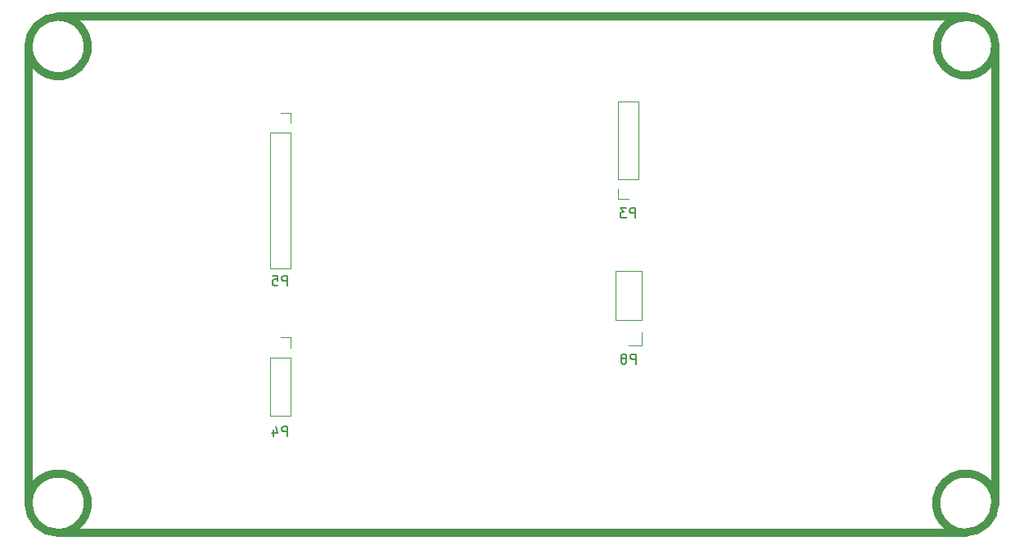
<source format=gbr>
%TF.GenerationSoftware,KiCad,Pcbnew,9.0.0*%
%TF.CreationDate,2025-04-10T11:28:11-04:00*%
%TF.ProjectId,Arduino_LCD,41726475-696e-46f5-9f4c-43442e6b6963,rev?*%
%TF.SameCoordinates,Original*%
%TF.FileFunction,Legend,Bot*%
%TF.FilePolarity,Positive*%
%FSLAX46Y46*%
G04 Gerber Fmt 4.6, Leading zero omitted, Abs format (unit mm)*
G04 Created by KiCad (PCBNEW 9.0.0) date 2025-04-10 11:28:11*
%MOMM*%
%LPD*%
G01*
G04 APERTURE LIST*
%ADD10C,0.812800*%
%ADD11C,0.150000*%
%ADD12C,0.120000*%
G04 APERTURE END LIST*
D10*
X193921100Y-128628600D02*
X193921100Y-81378600D01*
X97001100Y-131708600D02*
X190901100Y-131708600D01*
X190901100Y-78298600D02*
G75*
G02*
X193981100Y-81378600I0J-3080000D01*
G01*
X93921100Y-81378600D02*
G75*
G02*
X97001100Y-78298600I3080000J0D01*
G01*
X97001100Y-78298600D02*
G75*
G02*
X93921100Y-81378600I0J-3080000D01*
G01*
X193921100Y-128628600D02*
G75*
G02*
X190901100Y-131648600I-3020000J0D01*
G01*
X190901100Y-78298600D02*
X97001100Y-78298600D01*
X193921100Y-81378600D02*
G75*
G02*
X190901100Y-78358600I-3020000J0D01*
G01*
X190901100Y-131708600D02*
G75*
G02*
X193981100Y-128628600I0J3080000D01*
G01*
X93921100Y-81378600D02*
X93921100Y-128628600D01*
X97001100Y-131708600D02*
G75*
G02*
X93921100Y-128628600I0J3080000D01*
G01*
X93921100Y-128628600D02*
G75*
G02*
X97001100Y-131708600I3080000J0D01*
G01*
D11*
X120688094Y-106104819D02*
X120688094Y-105104819D01*
X120688094Y-105104819D02*
X120307142Y-105104819D01*
X120307142Y-105104819D02*
X120211904Y-105152438D01*
X120211904Y-105152438D02*
X120164285Y-105200057D01*
X120164285Y-105200057D02*
X120116666Y-105295295D01*
X120116666Y-105295295D02*
X120116666Y-105438152D01*
X120116666Y-105438152D02*
X120164285Y-105533390D01*
X120164285Y-105533390D02*
X120211904Y-105581009D01*
X120211904Y-105581009D02*
X120307142Y-105628628D01*
X120307142Y-105628628D02*
X120688094Y-105628628D01*
X119211904Y-105104819D02*
X119688094Y-105104819D01*
X119688094Y-105104819D02*
X119735713Y-105581009D01*
X119735713Y-105581009D02*
X119688094Y-105533390D01*
X119688094Y-105533390D02*
X119592856Y-105485771D01*
X119592856Y-105485771D02*
X119354761Y-105485771D01*
X119354761Y-105485771D02*
X119259523Y-105533390D01*
X119259523Y-105533390D02*
X119211904Y-105581009D01*
X119211904Y-105581009D02*
X119164285Y-105676247D01*
X119164285Y-105676247D02*
X119164285Y-105914342D01*
X119164285Y-105914342D02*
X119211904Y-106009580D01*
X119211904Y-106009580D02*
X119259523Y-106057200D01*
X119259523Y-106057200D02*
X119354761Y-106104819D01*
X119354761Y-106104819D02*
X119592856Y-106104819D01*
X119592856Y-106104819D02*
X119688094Y-106057200D01*
X119688094Y-106057200D02*
X119735713Y-106009580D01*
X120688094Y-121704819D02*
X120688094Y-120704819D01*
X120688094Y-120704819D02*
X120307142Y-120704819D01*
X120307142Y-120704819D02*
X120211904Y-120752438D01*
X120211904Y-120752438D02*
X120164285Y-120800057D01*
X120164285Y-120800057D02*
X120116666Y-120895295D01*
X120116666Y-120895295D02*
X120116666Y-121038152D01*
X120116666Y-121038152D02*
X120164285Y-121133390D01*
X120164285Y-121133390D02*
X120211904Y-121181009D01*
X120211904Y-121181009D02*
X120307142Y-121228628D01*
X120307142Y-121228628D02*
X120688094Y-121228628D01*
X119259523Y-121038152D02*
X119259523Y-121704819D01*
X119497618Y-120657200D02*
X119735713Y-121371485D01*
X119735713Y-121371485D02*
X119116666Y-121371485D01*
X156688094Y-99104819D02*
X156688094Y-98104819D01*
X156688094Y-98104819D02*
X156307142Y-98104819D01*
X156307142Y-98104819D02*
X156211904Y-98152438D01*
X156211904Y-98152438D02*
X156164285Y-98200057D01*
X156164285Y-98200057D02*
X156116666Y-98295295D01*
X156116666Y-98295295D02*
X156116666Y-98438152D01*
X156116666Y-98438152D02*
X156164285Y-98533390D01*
X156164285Y-98533390D02*
X156211904Y-98581009D01*
X156211904Y-98581009D02*
X156307142Y-98628628D01*
X156307142Y-98628628D02*
X156688094Y-98628628D01*
X155783332Y-98104819D02*
X155164285Y-98104819D01*
X155164285Y-98104819D02*
X155497618Y-98485771D01*
X155497618Y-98485771D02*
X155354761Y-98485771D01*
X155354761Y-98485771D02*
X155259523Y-98533390D01*
X155259523Y-98533390D02*
X155211904Y-98581009D01*
X155211904Y-98581009D02*
X155164285Y-98676247D01*
X155164285Y-98676247D02*
X155164285Y-98914342D01*
X155164285Y-98914342D02*
X155211904Y-99009580D01*
X155211904Y-99009580D02*
X155259523Y-99057200D01*
X155259523Y-99057200D02*
X155354761Y-99104819D01*
X155354761Y-99104819D02*
X155640475Y-99104819D01*
X155640475Y-99104819D02*
X155735713Y-99057200D01*
X155735713Y-99057200D02*
X155783332Y-99009580D01*
X156738094Y-114214819D02*
X156738094Y-113214819D01*
X156738094Y-113214819D02*
X156357142Y-113214819D01*
X156357142Y-113214819D02*
X156261904Y-113262438D01*
X156261904Y-113262438D02*
X156214285Y-113310057D01*
X156214285Y-113310057D02*
X156166666Y-113405295D01*
X156166666Y-113405295D02*
X156166666Y-113548152D01*
X156166666Y-113548152D02*
X156214285Y-113643390D01*
X156214285Y-113643390D02*
X156261904Y-113691009D01*
X156261904Y-113691009D02*
X156357142Y-113738628D01*
X156357142Y-113738628D02*
X156738094Y-113738628D01*
X155595237Y-113643390D02*
X155690475Y-113595771D01*
X155690475Y-113595771D02*
X155738094Y-113548152D01*
X155738094Y-113548152D02*
X155785713Y-113452914D01*
X155785713Y-113452914D02*
X155785713Y-113405295D01*
X155785713Y-113405295D02*
X155738094Y-113310057D01*
X155738094Y-113310057D02*
X155690475Y-113262438D01*
X155690475Y-113262438D02*
X155595237Y-113214819D01*
X155595237Y-113214819D02*
X155404761Y-113214819D01*
X155404761Y-113214819D02*
X155309523Y-113262438D01*
X155309523Y-113262438D02*
X155261904Y-113310057D01*
X155261904Y-113310057D02*
X155214285Y-113405295D01*
X155214285Y-113405295D02*
X155214285Y-113452914D01*
X155214285Y-113452914D02*
X155261904Y-113548152D01*
X155261904Y-113548152D02*
X155309523Y-113595771D01*
X155309523Y-113595771D02*
X155404761Y-113643390D01*
X155404761Y-113643390D02*
X155595237Y-113643390D01*
X155595237Y-113643390D02*
X155690475Y-113691009D01*
X155690475Y-113691009D02*
X155738094Y-113738628D01*
X155738094Y-113738628D02*
X155785713Y-113833866D01*
X155785713Y-113833866D02*
X155785713Y-114024342D01*
X155785713Y-114024342D02*
X155738094Y-114119580D01*
X155738094Y-114119580D02*
X155690475Y-114167200D01*
X155690475Y-114167200D02*
X155595237Y-114214819D01*
X155595237Y-114214819D02*
X155404761Y-114214819D01*
X155404761Y-114214819D02*
X155309523Y-114167200D01*
X155309523Y-114167200D02*
X155261904Y-114119580D01*
X155261904Y-114119580D02*
X155214285Y-114024342D01*
X155214285Y-114024342D02*
X155214285Y-113833866D01*
X155214285Y-113833866D02*
X155261904Y-113738628D01*
X155261904Y-113738628D02*
X155309523Y-113691009D01*
X155309523Y-113691009D02*
X155404761Y-113643390D01*
D12*
%TO.C,P5*%
X121060000Y-88240000D02*
X120000000Y-88240000D01*
X121060000Y-89300000D02*
X121060000Y-88240000D01*
X121060000Y-90300000D02*
X121060000Y-104360000D01*
X121060000Y-90300000D02*
X118940000Y-90300000D01*
X121060000Y-104360000D02*
X118940000Y-104360000D01*
X118940000Y-90300000D02*
X118940000Y-104360000D01*
%TO.C,P4*%
X121060000Y-111490000D02*
X120000000Y-111490000D01*
X121060000Y-112550000D02*
X121060000Y-111490000D01*
X121060000Y-113550000D02*
X121060000Y-119610000D01*
X121060000Y-113550000D02*
X118940000Y-113550000D01*
X121060000Y-119610000D02*
X118940000Y-119610000D01*
X118940000Y-113550000D02*
X118940000Y-119610000D01*
%TO.C,P3*%
X154940000Y-97160000D02*
X156000000Y-97160000D01*
X154940000Y-96100000D02*
X154940000Y-97160000D01*
X154940000Y-95100000D02*
X154940000Y-87040000D01*
X154940000Y-95100000D02*
X157060000Y-95100000D01*
X154940000Y-87040000D02*
X157060000Y-87040000D01*
X157060000Y-95100000D02*
X157060000Y-87040000D01*
%TO.C,P8*%
X157330000Y-109720000D02*
X157330000Y-104580000D01*
X157330000Y-112320000D02*
X157330000Y-110990000D01*
X156000000Y-112320000D02*
X157330000Y-112320000D01*
X154670000Y-104580000D02*
X157330000Y-104580000D01*
X154670000Y-109720000D02*
X157330000Y-109720000D01*
X154670000Y-109720000D02*
X154670000Y-104580000D01*
%TD*%
M02*

</source>
